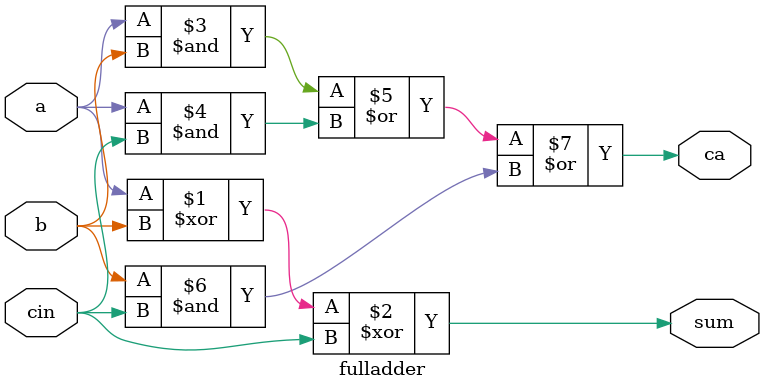
<source format=v>
`timescale 1ns / 1ps
module fulladder(
    input a,
    input b,
    input cin,
    output sum,
    output ca
    );


assign sum = a ^ b ^ cin;
assign ca = (a & b) | (a & cin) | (b & cin);

endmodule

</source>
